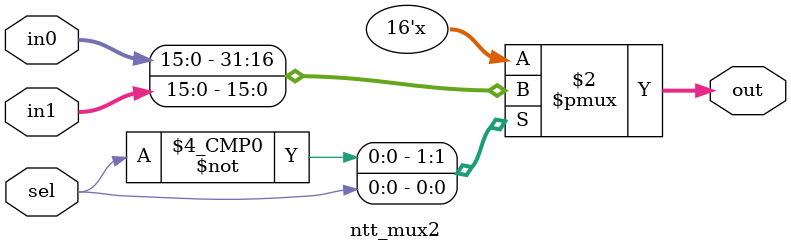
<source format=sv>
module ntt_mux2 (
    input [15:0] in0,
    input [15:0] in1,
    input sel,
    output reg [15:0] out
);

  always @(*) begin
    case (sel)
      1'd0: out = in0;
      1'd1: out = in1;
      default: out = {16{1'bx}};
    endcase
  end
endmodule

</source>
